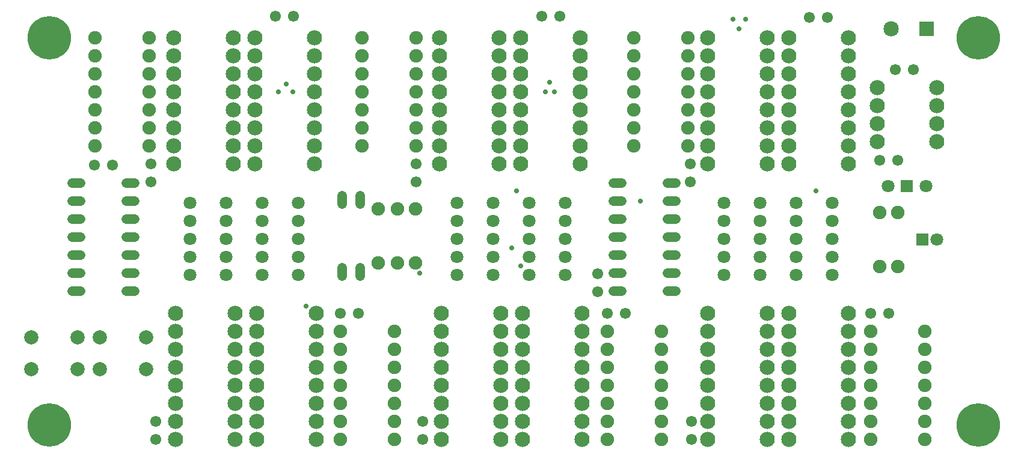
<source format=gbr>
G04 EAGLE Gerber RS-274X export*
G75*
%MOMM*%
%FSLAX34Y34*%
%LPD*%
%INSoldermask Bottom*%
%IPPOS*%
%AMOC8*
5,1,8,0,0,1.08239X$1,22.5*%
G01*
%ADD10C,1.549400*%
%ADD11C,1.346200*%
%ADD12C,2.032000*%
%ADD13C,2.133600*%
%ADD14R,2.159000X2.159000*%
%ADD15C,2.159000*%
%ADD16C,1.803400*%
%ADD17C,1.905000*%
%ADD18C,2.006600*%
%ADD19R,1.803400X1.803400*%
%ADD20C,6.127000*%
%ADD21C,0.731000*%


D10*
X1242060Y552450D03*
X1267460Y552450D03*
D11*
X933196Y240030D02*
X921004Y240030D01*
X921004Y265430D02*
X933196Y265430D01*
X933196Y392430D02*
X921004Y392430D01*
X856996Y392430D02*
X844804Y392430D01*
X921004Y290830D02*
X933196Y290830D01*
X933196Y316230D02*
X921004Y316230D01*
X921004Y367030D02*
X933196Y367030D01*
X933196Y341630D02*
X921004Y341630D01*
X856996Y367030D02*
X844804Y367030D01*
X844804Y341630D02*
X856996Y341630D01*
X856996Y316230D02*
X844804Y316230D01*
X844804Y290830D02*
X856996Y290830D01*
X856996Y265430D02*
X844804Y265430D01*
X844804Y240030D02*
X856996Y240030D01*
D12*
X1300480Y450850D03*
X1300480Y476250D03*
X1300480Y501650D03*
X1300480Y527050D03*
X1216660Y527050D03*
X1216660Y501650D03*
X1216660Y476250D03*
X1216660Y450850D03*
D13*
X1216660Y450850D03*
X1216660Y476250D03*
X1216660Y501650D03*
X1216660Y527050D03*
X1300480Y450850D03*
X1300480Y476250D03*
X1300480Y501650D03*
X1300480Y527050D03*
D14*
X1286510Y609600D03*
D15*
X1236510Y609600D03*
D16*
X1102360Y262890D03*
X1102360Y288290D03*
X1102360Y313690D03*
X1102360Y339090D03*
X1102360Y364490D03*
X1153160Y262890D03*
X1153160Y288290D03*
X1153160Y313690D03*
X1153160Y339090D03*
X1153160Y364490D03*
D17*
X1207770Y30480D03*
X1283970Y30480D03*
X1207770Y55880D03*
X1283970Y55880D03*
X1207770Y81280D03*
X1283970Y81280D03*
X1207770Y106680D03*
X1283970Y106680D03*
X1207770Y132080D03*
X1283970Y132080D03*
X1207770Y182880D03*
X1283970Y182880D03*
X1207770Y157480D03*
X1283970Y157480D03*
X1061720Y30480D03*
X1061720Y55880D03*
X1061720Y81280D03*
X1061720Y106680D03*
X1061720Y132080D03*
X1061720Y157480D03*
X1061720Y182880D03*
X1061720Y208280D03*
X977900Y208280D03*
X977900Y182880D03*
X977900Y157480D03*
X977900Y132080D03*
X977900Y106680D03*
X977900Y81280D03*
D13*
X977900Y81280D03*
X977900Y106680D03*
X977900Y132080D03*
X977900Y157480D03*
X977900Y182880D03*
X977900Y208280D03*
X1061720Y208280D03*
X1061720Y157480D03*
X1061720Y182880D03*
X1061720Y132080D03*
X1061720Y106680D03*
X1061720Y81280D03*
X1061720Y55880D03*
X1061720Y30480D03*
D17*
X977900Y55880D03*
D12*
X977900Y30480D03*
D13*
X977900Y55880D03*
X977900Y30480D03*
D17*
X1092200Y208280D03*
X1092200Y182880D03*
X1092200Y157480D03*
X1092200Y132080D03*
X1092200Y106680D03*
X1092200Y81280D03*
X1092200Y55880D03*
X1092200Y30480D03*
X1176020Y30480D03*
X1176020Y55880D03*
X1176020Y81280D03*
X1176020Y106680D03*
X1176020Y132080D03*
X1176020Y157480D03*
D13*
X1176020Y157480D03*
X1176020Y132080D03*
X1176020Y106680D03*
X1176020Y81280D03*
X1176020Y55880D03*
X1176020Y30480D03*
X1092200Y30480D03*
X1092200Y81280D03*
X1092200Y55880D03*
X1092200Y106680D03*
X1092200Y132080D03*
X1092200Y157480D03*
X1092200Y182880D03*
X1092200Y208280D03*
D17*
X1176020Y182880D03*
D12*
X1176020Y208280D03*
D13*
X1176020Y182880D03*
X1176020Y208280D03*
D18*
X187452Y129794D03*
X122428Y129794D03*
X187452Y175006D03*
X122428Y175006D03*
D17*
X566420Y355600D03*
X566420Y279400D03*
X1092200Y596900D03*
X1092200Y571500D03*
X1092200Y546100D03*
X1092200Y520700D03*
X1092200Y495300D03*
X1092200Y469900D03*
X1092200Y444500D03*
X1092200Y419100D03*
X1176020Y419100D03*
X1176020Y444500D03*
X1176020Y469900D03*
X1176020Y495300D03*
X1176020Y520700D03*
X1176020Y546100D03*
D13*
X1176020Y546100D03*
X1176020Y520700D03*
X1176020Y495300D03*
X1176020Y469900D03*
X1176020Y444500D03*
X1176020Y419100D03*
X1092200Y419100D03*
X1092200Y469900D03*
X1092200Y444500D03*
X1092200Y495300D03*
X1092200Y520700D03*
X1092200Y546100D03*
X1092200Y571500D03*
X1092200Y596900D03*
D17*
X1176020Y571500D03*
D12*
X1176020Y596900D03*
D13*
X1176020Y571500D03*
X1176020Y596900D03*
D17*
X1061720Y419100D03*
X1061720Y444500D03*
X1061720Y469900D03*
X1061720Y495300D03*
X1061720Y520700D03*
X1061720Y546100D03*
X1061720Y571500D03*
X1061720Y596900D03*
X977900Y596900D03*
X977900Y571500D03*
X977900Y546100D03*
X977900Y520700D03*
X977900Y495300D03*
X977900Y469900D03*
D13*
X977900Y469900D03*
X977900Y495300D03*
X977900Y520700D03*
X977900Y546100D03*
X977900Y571500D03*
X977900Y596900D03*
X1061720Y596900D03*
X1061720Y546100D03*
X1061720Y571500D03*
X1061720Y520700D03*
X1061720Y495300D03*
X1061720Y469900D03*
X1061720Y444500D03*
X1061720Y419100D03*
D17*
X977900Y444500D03*
D12*
X977900Y419100D03*
D13*
X977900Y444500D03*
X977900Y419100D03*
D16*
X1000760Y262890D03*
X1000760Y288290D03*
X1000760Y313690D03*
X1000760Y339090D03*
X1000760Y364490D03*
X1051560Y262890D03*
X1051560Y288290D03*
X1051560Y313690D03*
X1051560Y339090D03*
X1051560Y364490D03*
D17*
X949960Y596900D03*
X873760Y596900D03*
X949960Y571500D03*
X873760Y571500D03*
X949960Y546100D03*
X873760Y546100D03*
X949960Y520700D03*
X873760Y520700D03*
X949960Y495300D03*
X873760Y495300D03*
X949960Y444500D03*
X873760Y444500D03*
X949960Y469900D03*
X873760Y469900D03*
D16*
X1300320Y312420D03*
D19*
X1280320Y312420D03*
D10*
X1220470Y424180D03*
X1245870Y424180D03*
X955040Y30480D03*
X955040Y55880D03*
X1207770Y208280D03*
X1233170Y208280D03*
X1146810Y626110D03*
X1121410Y626110D03*
X953770Y419100D03*
X953770Y393700D03*
D17*
X715010Y596900D03*
X715010Y571500D03*
X715010Y546100D03*
X715010Y520700D03*
X715010Y495300D03*
X715010Y469900D03*
X715010Y444500D03*
X715010Y419100D03*
X798830Y419100D03*
X798830Y444500D03*
X798830Y469900D03*
X798830Y495300D03*
X798830Y520700D03*
X798830Y546100D03*
D13*
X798830Y546100D03*
X798830Y520700D03*
X798830Y495300D03*
X798830Y469900D03*
X798830Y444500D03*
X798830Y419100D03*
X715010Y419100D03*
X715010Y469900D03*
X715010Y444500D03*
X715010Y495300D03*
X715010Y520700D03*
X715010Y546100D03*
X715010Y571500D03*
X715010Y596900D03*
D17*
X798830Y571500D03*
D12*
X798830Y596900D03*
D13*
X798830Y571500D03*
X798830Y596900D03*
D17*
X684530Y419100D03*
X684530Y444500D03*
X684530Y469900D03*
X684530Y495300D03*
X684530Y520700D03*
X684530Y546100D03*
X684530Y571500D03*
X684530Y596900D03*
X600710Y596900D03*
X600710Y571500D03*
X600710Y546100D03*
X600710Y520700D03*
X600710Y495300D03*
X600710Y469900D03*
D13*
X600710Y469900D03*
X600710Y495300D03*
X600710Y520700D03*
X600710Y546100D03*
X600710Y571500D03*
X600710Y596900D03*
X684530Y596900D03*
X684530Y546100D03*
X684530Y571500D03*
X684530Y520700D03*
X684530Y495300D03*
X684530Y469900D03*
X684530Y444500D03*
X684530Y419100D03*
D17*
X600710Y444500D03*
D12*
X600710Y419100D03*
D13*
X600710Y444500D03*
X600710Y419100D03*
D16*
X624840Y262890D03*
X624840Y288290D03*
X624840Y313690D03*
X624840Y339090D03*
X624840Y364490D03*
X675640Y262890D03*
X675640Y288290D03*
X675640Y313690D03*
X675640Y339090D03*
X675640Y364490D03*
D17*
X567690Y596900D03*
X491490Y596900D03*
X567690Y571500D03*
X491490Y571500D03*
X567690Y546100D03*
X491490Y546100D03*
X567690Y520700D03*
X491490Y520700D03*
X567690Y495300D03*
X491490Y495300D03*
X567690Y444500D03*
X491490Y444500D03*
X567690Y469900D03*
X491490Y469900D03*
X687070Y30480D03*
X687070Y55880D03*
X687070Y81280D03*
X687070Y106680D03*
X687070Y132080D03*
X687070Y157480D03*
X687070Y182880D03*
X687070Y208280D03*
X603250Y208280D03*
X603250Y182880D03*
X603250Y157480D03*
X603250Y132080D03*
X603250Y106680D03*
X603250Y81280D03*
D13*
X603250Y81280D03*
X603250Y106680D03*
X603250Y132080D03*
X603250Y157480D03*
X603250Y182880D03*
X603250Y208280D03*
X687070Y208280D03*
X687070Y157480D03*
X687070Y182880D03*
X687070Y132080D03*
X687070Y106680D03*
X687070Y81280D03*
X687070Y55880D03*
X687070Y30480D03*
D17*
X603250Y55880D03*
D12*
X603250Y30480D03*
D13*
X603250Y55880D03*
X603250Y30480D03*
D17*
X717550Y208280D03*
X717550Y182880D03*
X717550Y157480D03*
X717550Y132080D03*
X717550Y106680D03*
X717550Y81280D03*
X717550Y55880D03*
X717550Y30480D03*
X801370Y30480D03*
X801370Y55880D03*
X801370Y81280D03*
X801370Y106680D03*
X801370Y132080D03*
X801370Y157480D03*
D13*
X801370Y157480D03*
X801370Y132080D03*
X801370Y106680D03*
X801370Y81280D03*
X801370Y55880D03*
X801370Y30480D03*
X717550Y30480D03*
X717550Y81280D03*
X717550Y55880D03*
X717550Y106680D03*
X717550Y132080D03*
X717550Y157480D03*
X717550Y182880D03*
X717550Y208280D03*
D17*
X801370Y182880D03*
D12*
X801370Y208280D03*
D13*
X801370Y182880D03*
X801370Y208280D03*
D16*
X726440Y262890D03*
X726440Y288290D03*
X726440Y313690D03*
X726440Y339090D03*
X726440Y364490D03*
X777240Y262890D03*
X777240Y288290D03*
X777240Y313690D03*
X777240Y339090D03*
X777240Y364490D03*
D17*
X836930Y30480D03*
X913130Y30480D03*
X836930Y55880D03*
X913130Y55880D03*
X836930Y81280D03*
X913130Y81280D03*
X836930Y106680D03*
X913130Y106680D03*
X836930Y132080D03*
X913130Y132080D03*
X836930Y182880D03*
X913130Y182880D03*
X836930Y157480D03*
X913130Y157480D03*
D10*
X769620Y627380D03*
X744220Y627380D03*
X567690Y419100D03*
X567690Y393700D03*
X576580Y30480D03*
X576580Y55880D03*
X836930Y208280D03*
X862330Y208280D03*
D17*
X340360Y596900D03*
X340360Y571500D03*
X340360Y546100D03*
X340360Y520700D03*
X340360Y495300D03*
X340360Y469900D03*
X340360Y444500D03*
X340360Y419100D03*
X424180Y419100D03*
X424180Y444500D03*
X424180Y469900D03*
X424180Y495300D03*
X424180Y520700D03*
X424180Y546100D03*
D13*
X424180Y546100D03*
X424180Y520700D03*
X424180Y495300D03*
X424180Y469900D03*
X424180Y444500D03*
X424180Y419100D03*
X340360Y419100D03*
X340360Y469900D03*
X340360Y444500D03*
X340360Y495300D03*
X340360Y520700D03*
X340360Y546100D03*
X340360Y571500D03*
X340360Y596900D03*
D17*
X424180Y571500D03*
D12*
X424180Y596900D03*
D13*
X424180Y571500D03*
X424180Y596900D03*
D11*
X94996Y392430D02*
X82804Y392430D01*
X82804Y367030D02*
X94996Y367030D01*
X94996Y240030D02*
X82804Y240030D01*
X159004Y240030D02*
X171196Y240030D01*
X94996Y341630D02*
X82804Y341630D01*
X82804Y316230D02*
X94996Y316230D01*
X94996Y265430D02*
X82804Y265430D01*
X82804Y290830D02*
X94996Y290830D01*
X159004Y265430D02*
X171196Y265430D01*
X171196Y290830D02*
X159004Y290830D01*
X159004Y316230D02*
X171196Y316230D01*
X171196Y341630D02*
X159004Y341630D01*
X159004Y367030D02*
X171196Y367030D01*
X171196Y392430D02*
X159004Y392430D01*
D17*
X309880Y419100D03*
X309880Y444500D03*
X309880Y469900D03*
X309880Y495300D03*
X309880Y520700D03*
X309880Y546100D03*
X309880Y571500D03*
X309880Y596900D03*
X226060Y596900D03*
X226060Y571500D03*
X226060Y546100D03*
X226060Y520700D03*
X226060Y495300D03*
X226060Y469900D03*
D13*
X226060Y469900D03*
X226060Y495300D03*
X226060Y520700D03*
X226060Y546100D03*
X226060Y571500D03*
X226060Y596900D03*
X309880Y596900D03*
X309880Y546100D03*
X309880Y571500D03*
X309880Y520700D03*
X309880Y495300D03*
X309880Y469900D03*
X309880Y444500D03*
X309880Y419100D03*
D17*
X226060Y444500D03*
D12*
X226060Y419100D03*
D13*
X226060Y444500D03*
X226060Y419100D03*
D16*
X248920Y262890D03*
X248920Y288290D03*
X248920Y313690D03*
X248920Y339090D03*
X248920Y364490D03*
X299720Y262890D03*
X299720Y288290D03*
X299720Y313690D03*
X299720Y339090D03*
X299720Y364490D03*
D17*
X191770Y596900D03*
X115570Y596900D03*
X191770Y571500D03*
X115570Y571500D03*
X191770Y546100D03*
X115570Y546100D03*
X191770Y520700D03*
X115570Y520700D03*
X191770Y495300D03*
X115570Y495300D03*
X191770Y444500D03*
X115570Y444500D03*
X191770Y469900D03*
X115570Y469900D03*
X312420Y30480D03*
X312420Y55880D03*
X312420Y81280D03*
X312420Y106680D03*
X312420Y132080D03*
X312420Y157480D03*
X312420Y182880D03*
X312420Y208280D03*
X228600Y208280D03*
X228600Y182880D03*
X228600Y157480D03*
X228600Y132080D03*
X228600Y106680D03*
X228600Y81280D03*
D13*
X228600Y81280D03*
X228600Y106680D03*
X228600Y132080D03*
X228600Y157480D03*
X228600Y182880D03*
X228600Y208280D03*
X312420Y208280D03*
X312420Y157480D03*
X312420Y182880D03*
X312420Y132080D03*
X312420Y106680D03*
X312420Y81280D03*
X312420Y55880D03*
X312420Y30480D03*
D17*
X228600Y55880D03*
D12*
X228600Y30480D03*
D13*
X228600Y55880D03*
X228600Y30480D03*
D17*
X342900Y208280D03*
X342900Y182880D03*
X342900Y157480D03*
X342900Y132080D03*
X342900Y106680D03*
X342900Y81280D03*
X342900Y55880D03*
X342900Y30480D03*
X426720Y30480D03*
X426720Y55880D03*
X426720Y81280D03*
X426720Y106680D03*
X426720Y132080D03*
X426720Y157480D03*
D13*
X426720Y157480D03*
X426720Y132080D03*
X426720Y106680D03*
X426720Y81280D03*
X426720Y55880D03*
X426720Y30480D03*
X342900Y30480D03*
X342900Y81280D03*
X342900Y55880D03*
X342900Y106680D03*
X342900Y132080D03*
X342900Y157480D03*
X342900Y182880D03*
X342900Y208280D03*
D17*
X426720Y182880D03*
D12*
X426720Y208280D03*
D13*
X426720Y182880D03*
X426720Y208280D03*
D16*
X350520Y262890D03*
X350520Y288290D03*
X350520Y313690D03*
X350520Y339090D03*
X350520Y364490D03*
X401320Y262890D03*
X401320Y288290D03*
X401320Y313690D03*
X401320Y339090D03*
X401320Y364490D03*
D17*
X461010Y30480D03*
X537210Y30480D03*
X461010Y55880D03*
X537210Y55880D03*
X461010Y81280D03*
X537210Y81280D03*
X461010Y106680D03*
X537210Y106680D03*
X461010Y132080D03*
X537210Y132080D03*
X461010Y182880D03*
X537210Y182880D03*
X461010Y157480D03*
X537210Y157480D03*
D10*
X394970Y627380D03*
X369570Y627380D03*
X194310Y419100D03*
X194310Y393700D03*
X200660Y30480D03*
X200660Y55880D03*
X461010Y208280D03*
X486410Y208280D03*
D11*
X463550Y362204D02*
X463550Y374396D01*
X463550Y272796D02*
X463550Y260604D01*
X488950Y362204D02*
X488950Y374396D01*
X488950Y272796D02*
X488950Y260604D01*
D17*
X514350Y355600D03*
X514350Y279400D03*
D10*
X822960Y238760D03*
X822960Y264160D03*
X139700Y417830D03*
X114300Y417830D03*
D20*
X50800Y596900D03*
X50800Y50800D03*
X1358900Y50800D03*
X1358900Y596900D03*
D18*
X90932Y129794D03*
X25908Y129794D03*
X90932Y175006D03*
X25908Y175006D03*
D17*
X541020Y279400D03*
X541020Y355600D03*
X1245870Y350520D03*
X1245870Y274320D03*
X1220470Y274320D03*
X1220470Y350520D03*
D16*
X1231646Y388272D03*
D19*
X1258570Y388272D03*
D16*
X1285494Y388272D03*
D21*
X1130300Y381000D03*
X749300Y520700D03*
X762000Y520700D03*
X755650Y534670D03*
X373380Y520700D03*
X393700Y520700D03*
X384810Y532130D03*
X1022350Y609600D03*
X1013460Y623570D03*
X1031240Y623570D03*
X702310Y300990D03*
X572770Y265430D03*
X882876Y367030D03*
X708660Y381000D03*
X715010Y275590D03*
X412750Y218440D03*
M02*

</source>
